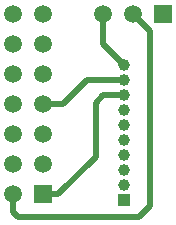
<source format=gbl>
%FSDAX24Y24*%
%MOIN*%
%SFA1B1*%

%IPPOS*%
%ADD10C,0.020000*%
%ADD11C,0.059100*%
%ADD12R,0.059100X0.059100*%
%ADD13R,0.039400X0.039400*%
%ADD14C,0.039400*%
%ADD15R,0.059100X0.059100*%
%LNprogrammer-1*%
%LPD*%
G54D10*
X003800Y006400D02*
Y007400D01*
Y006400D02*
X004500Y005700D01*
X004800Y007400D02*
X005350Y006850D01*
Y001000D02*
Y006850D01*
X000800Y000800D02*
Y001400D01*
Y000800D02*
X000950Y000650D01*
X005000*
X005350Y001000*
X001800Y005339D02*
Y005400D01*
Y001400D02*
X002300D01*
X003550Y002650*
Y004450*
X003800Y004700*
X004500*
X001800Y004400D02*
X002450D01*
X003250Y005200*
X004500*
G54D11*
X000800Y007400D03*
X001800D03*
X000800Y006400D03*
X001800D03*
X000800Y005400D03*
X001800D03*
X000800Y004400D03*
X001800D03*
X000800Y003400D03*
X001800D03*
X000800Y002400D03*
X001800D03*
X000800Y001400D03*
X004800Y007400D03*
X003800D03*
G54D12*
X001800Y001400D03*
G54D13*
X004500Y001200D03*
G54D14*
X004500Y001700D03*
Y002200D03*
Y002700D03*
Y003200D03*
Y003700D03*
Y004200D03*
Y004700D03*
Y005200D03*
Y005700D03*
G54D15*
X005800Y007400D03*
M02*
</source>
